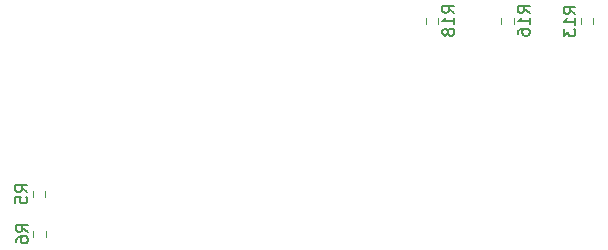
<source format=gbo>
%TF.GenerationSoftware,KiCad,Pcbnew,5.1.10*%
%TF.CreationDate,2021-12-10T15:48:24+01:00*%
%TF.ProjectId,Voeding,566f6564-696e-4672-9e6b-696361645f70,rev?*%
%TF.SameCoordinates,Original*%
%TF.FileFunction,Legend,Bot*%
%TF.FilePolarity,Positive*%
%FSLAX46Y46*%
G04 Gerber Fmt 4.6, Leading zero omitted, Abs format (unit mm)*
G04 Created by KiCad (PCBNEW 5.1.10) date 2021-12-10 15:48:24*
%MOMM*%
%LPD*%
G01*
G04 APERTURE LIST*
%ADD10C,0.120000*%
%ADD11C,0.150000*%
%ADD12C,3.200000*%
%ADD13C,2.000000*%
%ADD14R,2.000000X2.000000*%
%ADD15O,1.600000X1.600000*%
%ADD16R,1.600000X1.600000*%
%ADD17O,1.700000X1.700000*%
%ADD18R,1.700000X1.700000*%
%ADD19C,4.000000*%
%ADD20C,1.600000*%
G04 APERTURE END LIST*
D10*
%TO.C,R18*%
X124787500Y-56697224D02*
X124787500Y-56187776D01*
X125832500Y-56697224D02*
X125832500Y-56187776D01*
%TO.C,R16*%
X131167500Y-56694724D02*
X131167500Y-56185276D01*
X132212500Y-56694724D02*
X132212500Y-56185276D01*
%TO.C,R13*%
X138947500Y-56257776D02*
X138947500Y-56767224D01*
X137902500Y-56257776D02*
X137902500Y-56767224D01*
%TO.C,R6*%
X92586280Y-74239836D02*
X92586280Y-74749284D01*
X91541280Y-74239836D02*
X91541280Y-74749284D01*
%TO.C,R5*%
X92531460Y-70868456D02*
X92531460Y-71377904D01*
X91486460Y-70868456D02*
X91486460Y-71377904D01*
%TO.C,R18*%
D11*
X127192380Y-55799642D02*
X126716190Y-55466309D01*
X127192380Y-55228214D02*
X126192380Y-55228214D01*
X126192380Y-55609166D01*
X126240000Y-55704404D01*
X126287619Y-55752023D01*
X126382857Y-55799642D01*
X126525714Y-55799642D01*
X126620952Y-55752023D01*
X126668571Y-55704404D01*
X126716190Y-55609166D01*
X126716190Y-55228214D01*
X127192380Y-56752023D02*
X127192380Y-56180595D01*
X127192380Y-56466309D02*
X126192380Y-56466309D01*
X126335238Y-56371071D01*
X126430476Y-56275833D01*
X126478095Y-56180595D01*
X126620952Y-57323452D02*
X126573333Y-57228214D01*
X126525714Y-57180595D01*
X126430476Y-57132976D01*
X126382857Y-57132976D01*
X126287619Y-57180595D01*
X126240000Y-57228214D01*
X126192380Y-57323452D01*
X126192380Y-57513928D01*
X126240000Y-57609166D01*
X126287619Y-57656785D01*
X126382857Y-57704404D01*
X126430476Y-57704404D01*
X126525714Y-57656785D01*
X126573333Y-57609166D01*
X126620952Y-57513928D01*
X126620952Y-57323452D01*
X126668571Y-57228214D01*
X126716190Y-57180595D01*
X126811428Y-57132976D01*
X127001904Y-57132976D01*
X127097142Y-57180595D01*
X127144761Y-57228214D01*
X127192380Y-57323452D01*
X127192380Y-57513928D01*
X127144761Y-57609166D01*
X127097142Y-57656785D01*
X127001904Y-57704404D01*
X126811428Y-57704404D01*
X126716190Y-57656785D01*
X126668571Y-57609166D01*
X126620952Y-57513928D01*
%TO.C,R16*%
X133572380Y-55797142D02*
X133096190Y-55463809D01*
X133572380Y-55225714D02*
X132572380Y-55225714D01*
X132572380Y-55606666D01*
X132620000Y-55701904D01*
X132667619Y-55749523D01*
X132762857Y-55797142D01*
X132905714Y-55797142D01*
X133000952Y-55749523D01*
X133048571Y-55701904D01*
X133096190Y-55606666D01*
X133096190Y-55225714D01*
X133572380Y-56749523D02*
X133572380Y-56178095D01*
X133572380Y-56463809D02*
X132572380Y-56463809D01*
X132715238Y-56368571D01*
X132810476Y-56273333D01*
X132858095Y-56178095D01*
X132572380Y-57606666D02*
X132572380Y-57416190D01*
X132620000Y-57320952D01*
X132667619Y-57273333D01*
X132810476Y-57178095D01*
X133000952Y-57130476D01*
X133381904Y-57130476D01*
X133477142Y-57178095D01*
X133524761Y-57225714D01*
X133572380Y-57320952D01*
X133572380Y-57511428D01*
X133524761Y-57606666D01*
X133477142Y-57654285D01*
X133381904Y-57701904D01*
X133143809Y-57701904D01*
X133048571Y-57654285D01*
X133000952Y-57606666D01*
X132953333Y-57511428D01*
X132953333Y-57320952D01*
X133000952Y-57225714D01*
X133048571Y-57178095D01*
X133143809Y-57130476D01*
%TO.C,R13*%
X137447380Y-55869642D02*
X136971190Y-55536309D01*
X137447380Y-55298214D02*
X136447380Y-55298214D01*
X136447380Y-55679166D01*
X136495000Y-55774404D01*
X136542619Y-55822023D01*
X136637857Y-55869642D01*
X136780714Y-55869642D01*
X136875952Y-55822023D01*
X136923571Y-55774404D01*
X136971190Y-55679166D01*
X136971190Y-55298214D01*
X137447380Y-56822023D02*
X137447380Y-56250595D01*
X137447380Y-56536309D02*
X136447380Y-56536309D01*
X136590238Y-56441071D01*
X136685476Y-56345833D01*
X136733095Y-56250595D01*
X136447380Y-57155357D02*
X136447380Y-57774404D01*
X136828333Y-57441071D01*
X136828333Y-57583928D01*
X136875952Y-57679166D01*
X136923571Y-57726785D01*
X137018809Y-57774404D01*
X137256904Y-57774404D01*
X137352142Y-57726785D01*
X137399761Y-57679166D01*
X137447380Y-57583928D01*
X137447380Y-57298214D01*
X137399761Y-57202976D01*
X137352142Y-57155357D01*
%TO.C,R6*%
X91086160Y-74327893D02*
X90609970Y-73994560D01*
X91086160Y-73756464D02*
X90086160Y-73756464D01*
X90086160Y-74137417D01*
X90133780Y-74232655D01*
X90181399Y-74280274D01*
X90276637Y-74327893D01*
X90419494Y-74327893D01*
X90514732Y-74280274D01*
X90562351Y-74232655D01*
X90609970Y-74137417D01*
X90609970Y-73756464D01*
X90086160Y-75185036D02*
X90086160Y-74994560D01*
X90133780Y-74899321D01*
X90181399Y-74851702D01*
X90324256Y-74756464D01*
X90514732Y-74708845D01*
X90895684Y-74708845D01*
X90990922Y-74756464D01*
X91038541Y-74804083D01*
X91086160Y-74899321D01*
X91086160Y-75089798D01*
X91038541Y-75185036D01*
X90990922Y-75232655D01*
X90895684Y-75280274D01*
X90657589Y-75280274D01*
X90562351Y-75232655D01*
X90514732Y-75185036D01*
X90467113Y-75089798D01*
X90467113Y-74899321D01*
X90514732Y-74804083D01*
X90562351Y-74756464D01*
X90657589Y-74708845D01*
%TO.C,R5*%
X91031340Y-70956513D02*
X90555150Y-70623180D01*
X91031340Y-70385084D02*
X90031340Y-70385084D01*
X90031340Y-70766037D01*
X90078960Y-70861275D01*
X90126579Y-70908894D01*
X90221817Y-70956513D01*
X90364674Y-70956513D01*
X90459912Y-70908894D01*
X90507531Y-70861275D01*
X90555150Y-70766037D01*
X90555150Y-70385084D01*
X90031340Y-71861275D02*
X90031340Y-71385084D01*
X90507531Y-71337465D01*
X90459912Y-71385084D01*
X90412293Y-71480322D01*
X90412293Y-71718418D01*
X90459912Y-71813656D01*
X90507531Y-71861275D01*
X90602769Y-71908894D01*
X90840864Y-71908894D01*
X90936102Y-71861275D01*
X90983721Y-71813656D01*
X91031340Y-71718418D01*
X91031340Y-71480322D01*
X90983721Y-71385084D01*
X90936102Y-71337465D01*
%TD*%
%LPC*%
D12*
%TO.C,REF\u002A\u002A*%
X144818100Y-43383200D03*
%TD*%
%TO.C,REF\u002A\u002A*%
X136004300Y-89014300D03*
%TD*%
%TO.C,REF\u002A\u002A*%
X85674200Y-89433400D03*
%TD*%
%TO.C,REF\u002A\u002A*%
X85725000Y-43688000D03*
%TD*%
D13*
%TO.C,C2*%
X110277920Y-64455040D03*
D14*
X105277920Y-64455040D03*
%TD*%
D15*
%TO.C,U12*%
X125310000Y-66900000D03*
X122770000Y-59280000D03*
X122770000Y-66900000D03*
D16*
X125310000Y-59280000D03*
%TD*%
D15*
%TO.C,U11*%
X131823000Y-66980001D03*
X129283000Y-59360001D03*
X129283000Y-66980001D03*
D16*
X131823000Y-59360001D03*
%TD*%
D15*
%TO.C,U10*%
X138446000Y-67020000D03*
X135906000Y-59400000D03*
X135906000Y-67020000D03*
D16*
X138446000Y-59400000D03*
%TD*%
%TO.C,R18*%
G36*
G01*
X125547500Y-56017500D02*
X125072500Y-56017500D01*
G75*
G02*
X124835000Y-55780000I0J237500D01*
G01*
X124835000Y-55280000D01*
G75*
G02*
X125072500Y-55042500I237500J0D01*
G01*
X125547500Y-55042500D01*
G75*
G02*
X125785000Y-55280000I0J-237500D01*
G01*
X125785000Y-55780000D01*
G75*
G02*
X125547500Y-56017500I-237500J0D01*
G01*
G37*
G36*
G01*
X125547500Y-57842500D02*
X125072500Y-57842500D01*
G75*
G02*
X124835000Y-57605000I0J237500D01*
G01*
X124835000Y-57105000D01*
G75*
G02*
X125072500Y-56867500I237500J0D01*
G01*
X125547500Y-56867500D01*
G75*
G02*
X125785000Y-57105000I0J-237500D01*
G01*
X125785000Y-57605000D01*
G75*
G02*
X125547500Y-57842500I-237500J0D01*
G01*
G37*
%TD*%
%TO.C,R16*%
G36*
G01*
X131927500Y-56015000D02*
X131452500Y-56015000D01*
G75*
G02*
X131215000Y-55777500I0J237500D01*
G01*
X131215000Y-55277500D01*
G75*
G02*
X131452500Y-55040000I237500J0D01*
G01*
X131927500Y-55040000D01*
G75*
G02*
X132165000Y-55277500I0J-237500D01*
G01*
X132165000Y-55777500D01*
G75*
G02*
X131927500Y-56015000I-237500J0D01*
G01*
G37*
G36*
G01*
X131927500Y-57840000D02*
X131452500Y-57840000D01*
G75*
G02*
X131215000Y-57602500I0J237500D01*
G01*
X131215000Y-57102500D01*
G75*
G02*
X131452500Y-56865000I237500J0D01*
G01*
X131927500Y-56865000D01*
G75*
G02*
X132165000Y-57102500I0J-237500D01*
G01*
X132165000Y-57602500D01*
G75*
G02*
X131927500Y-57840000I-237500J0D01*
G01*
G37*
%TD*%
%TO.C,R13*%
G36*
G01*
X138187500Y-56937500D02*
X138662500Y-56937500D01*
G75*
G02*
X138900000Y-57175000I0J-237500D01*
G01*
X138900000Y-57675000D01*
G75*
G02*
X138662500Y-57912500I-237500J0D01*
G01*
X138187500Y-57912500D01*
G75*
G02*
X137950000Y-57675000I0J237500D01*
G01*
X137950000Y-57175000D01*
G75*
G02*
X138187500Y-56937500I237500J0D01*
G01*
G37*
G36*
G01*
X138187500Y-55112500D02*
X138662500Y-55112500D01*
G75*
G02*
X138900000Y-55350000I0J-237500D01*
G01*
X138900000Y-55850000D01*
G75*
G02*
X138662500Y-56087500I-237500J0D01*
G01*
X138187500Y-56087500D01*
G75*
G02*
X137950000Y-55850000I0J237500D01*
G01*
X137950000Y-55350000D01*
G75*
G02*
X138187500Y-55112500I237500J0D01*
G01*
G37*
%TD*%
%TO.C,R6*%
G36*
G01*
X91826280Y-74919560D02*
X92301280Y-74919560D01*
G75*
G02*
X92538780Y-75157060I0J-237500D01*
G01*
X92538780Y-75657060D01*
G75*
G02*
X92301280Y-75894560I-237500J0D01*
G01*
X91826280Y-75894560D01*
G75*
G02*
X91588780Y-75657060I0J237500D01*
G01*
X91588780Y-75157060D01*
G75*
G02*
X91826280Y-74919560I237500J0D01*
G01*
G37*
G36*
G01*
X91826280Y-73094560D02*
X92301280Y-73094560D01*
G75*
G02*
X92538780Y-73332060I0J-237500D01*
G01*
X92538780Y-73832060D01*
G75*
G02*
X92301280Y-74069560I-237500J0D01*
G01*
X91826280Y-74069560D01*
G75*
G02*
X91588780Y-73832060I0J237500D01*
G01*
X91588780Y-73332060D01*
G75*
G02*
X91826280Y-73094560I237500J0D01*
G01*
G37*
%TD*%
%TO.C,R5*%
G36*
G01*
X91771460Y-71548180D02*
X92246460Y-71548180D01*
G75*
G02*
X92483960Y-71785680I0J-237500D01*
G01*
X92483960Y-72285680D01*
G75*
G02*
X92246460Y-72523180I-237500J0D01*
G01*
X91771460Y-72523180D01*
G75*
G02*
X91533960Y-72285680I0J237500D01*
G01*
X91533960Y-71785680D01*
G75*
G02*
X91771460Y-71548180I237500J0D01*
G01*
G37*
G36*
G01*
X91771460Y-69723180D02*
X92246460Y-69723180D01*
G75*
G02*
X92483960Y-69960680I0J-237500D01*
G01*
X92483960Y-70460680D01*
G75*
G02*
X92246460Y-70698180I-237500J0D01*
G01*
X91771460Y-70698180D01*
G75*
G02*
X91533960Y-70460680I0J237500D01*
G01*
X91533960Y-69960680D01*
G75*
G02*
X91771460Y-69723180I237500J0D01*
G01*
G37*
%TD*%
D17*
%TO.C,J8*%
X143010000Y-67020000D03*
X143010000Y-69560000D03*
D18*
X143010000Y-72100000D03*
%TD*%
%TO.C,J7*%
X125704600Y-71516240D03*
%TD*%
D19*
%TO.C,J6*%
X84780120Y-73466960D03*
%TD*%
%TO.C,J5*%
X143103600Y-78313280D03*
%TD*%
%TO.C,J4*%
X143484600Y-48374300D03*
%TD*%
%TO.C,J3*%
X143484600Y-55905400D03*
%TD*%
%TO.C,J2*%
X143159480Y-86141560D03*
%TD*%
%TO.C,J1*%
X84729320Y-65130680D03*
%TD*%
D20*
%TO.C,C8*%
X97942400Y-57999000D03*
D16*
X97942400Y-55499000D03*
%TD*%
D13*
%TO.C,C3*%
X119593360Y-69865240D03*
D14*
X114593360Y-69865240D03*
%TD*%
M02*

</source>
